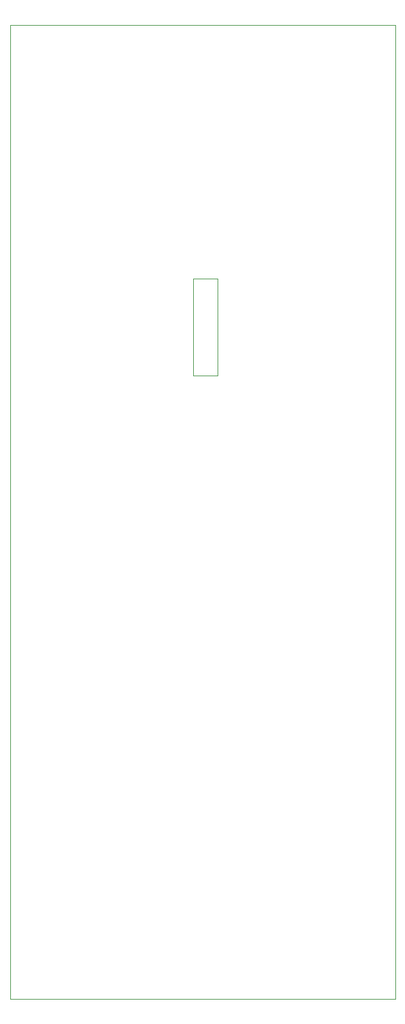
<source format=gbr>
%TF.GenerationSoftware,KiCad,Pcbnew,9.0.5*%
%TF.CreationDate,2025-10-04T06:40:56+01:00*%
%TF.ProjectId,blank,626c616e-6b2e-46b6-9963-61645f706362,rev?*%
%TF.SameCoordinates,Original*%
%TF.FileFunction,Profile,NP*%
%FSLAX46Y46*%
G04 Gerber Fmt 4.6, Leading zero omitted, Abs format (unit mm)*
G04 Created by KiCad (PCBNEW 9.0.5) date 2025-10-04 06:40:56*
%MOMM*%
%LPD*%
G01*
G04 APERTURE LIST*
%TA.AperFunction,Profile*%
%ADD10C,0.120000*%
%TD*%
G04 APERTURE END LIST*
%TO.C,REF\u002A\u002A*%
D10*
X26545000Y-27095000D02*
X77345000Y-27095000D01*
X77345000Y-155595000D01*
X26545000Y-155595000D01*
X26545000Y-27095000D01*
X50685000Y-60588000D02*
X53893000Y-60588000D01*
X53893000Y-73390000D01*
X50685000Y-73390000D01*
X50685000Y-60588000D01*
%TD*%
M02*

</source>
